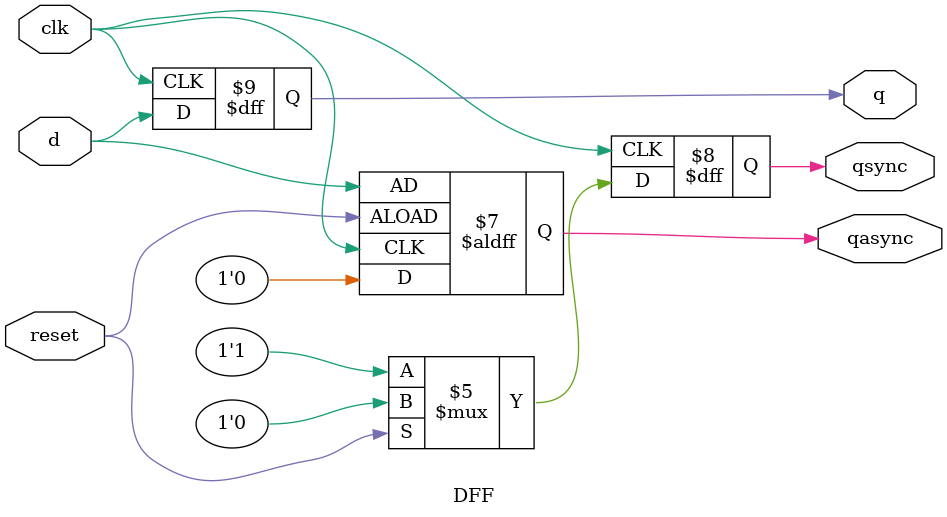
<source format=v>
module DFF(clk,reset,d,q,qsync,qasync);

input wire clk;
input wire reset;
input d;
output reg q;
output reg qsync;
output reg qasync;

always @(posedge clk) begin
  q<= d;

end
always @(posedge clk)
begin
    if (reset)begin
        qsync<= 0;
    end
    else begin
        qsync<=1;

    end
end
always @(posedge clk or negedge reset)
begin
    if (reset)begin
        qasync<=0;
    end
    else begin
        qasync<= d;
    end

end


    
endmodule
</source>
